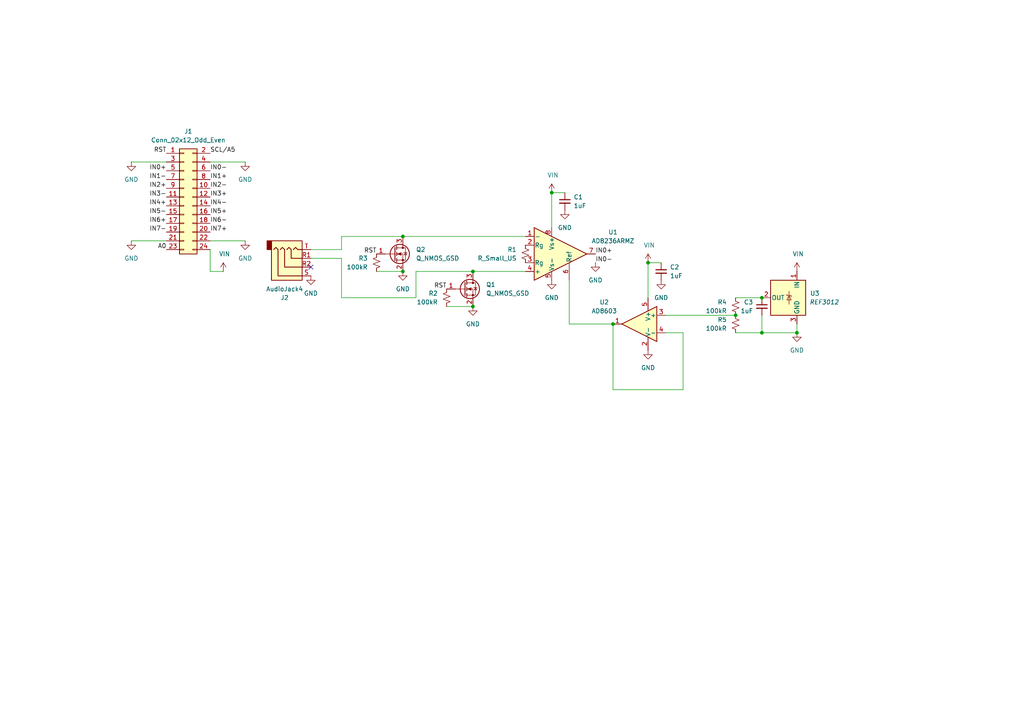
<source format=kicad_sch>
(kicad_sch (version 20231120) (generator "eeschema") (generator_version "8.0")
  (paper "A4")
  (lib_symbols
    (symbol "+5V_1" (power) (pin_numbers hide) (pin_names (offset 0) hide)
      (property "Value" "+5V" (at 0 3.556 0))
      (symbol "+5V_1_0_1"
        (polyline (pts (xy -0.762 1.27) (xy 0 2.54)))
        (polyline (pts (xy 0 0) (xy 0 2.54)))
        (polyline (pts (xy 0 2.54) (xy 0.762 1.27)))
      )
      (symbol "+5V_1_1_1"
        (pin power_in line (at 0 0 90) (length 0) (name "~") (number "1"))
      )
    )
    (symbol "Amplifier_Instrumentation:AD8236ARMZ" (pin_names (offset 0.127))
      (property "Reference" "U" (at 3.556 7.366 0))
      (property "Value" "AD8236ARMZ" (at 7.366 5.334 0))
      (symbol "AD8236ARMZ_0_1"
        (polyline (pts (xy -5.08 7.62) (xy -5.08 -7.62) (xy 10.16 0) (xy -5.08 7.62)) (stroke (width 0.254)) (fill (type background)))
      )
      (symbol "AD8236ARMZ_1_1"
        (pin input line (at -7.62 5.08 0) (length 2.54) (name "-") (number "1"))
        (pin passive line (at -7.62 2.54 0) (length 2.54) (name "Rg") (number "2"))
        (pin passive line (at -7.62 -2.54 0) (length 2.54) (name "Rg") (number "3"))
        (pin input line (at -7.62 -5.08 0) (length 2.54) (name "+") (number "4"))
        (pin power_in line (at 0 -7.62 90) (length 2.54) (name "Vs-") (number "5"))
        (pin passive line (at 5.08 -7.62 90) (length 5.08) (name "Ref") (number "6"))
        (pin output line (at 12.7 0 180) (length 2.54) (name "~") (number "7"))
        (pin power_in line (at 0 7.62 270) (length 2.54) (name "Vs+") (number "8"))
      )
    )
    (symbol "Amplifier_Operational:AD8603" (pin_names (offset 0.127))
      (property "Reference" "U" (at 0 5.08 0))
      (property "Value" "AD8603" (at 0 -5.08 0))
      (symbol "AD8603_0_1"
        (polyline (pts (xy -5.08 5.08) (xy 5.08 0) (xy -5.08 -5.08) (xy -5.08 5.08)) (stroke (width 0.254)) (fill (type background)))
        (pin power_in line (at -2.54 -7.62 90) (length 3.81) (name "V-") (number "2"))
        (pin power_in line (at -2.54 7.62 270) (length 3.81) (name "V+") (number "5"))
      )
      (symbol "AD8603_1_1"
        (pin output line (at 7.62 0 180) (length 2.54) (name "~") (number "1"))
        (pin input line (at -7.62 2.54 0) (length 2.54) (name "+") (number "3"))
        (pin input line (at -7.62 -2.54 0) (length 2.54) (name "-") (number "4"))
      )
    )
    (symbol "Connector_Audio:AudioJack4"
      (property "Reference" "J" (at 0 8.89 0))
      (property "Value" "AudioJack4" (at 0 6.35 0))
      (symbol "AudioJack4_0_1"
        (rectangle (start -6.35 -5.08) (end -7.62 -7.62) (stroke (width 0.254)) (fill (type outline)))
        (polyline (pts (xy 0 -5.08) (xy 0.635 -5.715) (xy 1.27 -5.08) (xy 2.54 -5.08)) (stroke (width 0.254)))
        (polyline (pts (xy -5.715 -5.08) (xy -5.08 -5.715) (xy -4.445 -5.08) (xy -4.445 2.54) (xy 2.54 2.54)) (stroke (width 0.254)))
        (polyline (pts (xy -1.905 -5.08) (xy -1.27 -5.715) (xy -0.635 -5.08) (xy -0.635 -2.54) (xy 2.54 -2.54)) (stroke (width 0.254)))
        (polyline (pts (xy 2.54 0) (xy -2.54 0) (xy -2.54 -5.08) (xy -3.175 -5.715) (xy -3.81 -5.08)) (stroke (width 0.254)))
        (rectangle (start 2.54 3.81) (end -6.35 -7.62) (stroke (width 0.254)) (fill (type background)))
      )
      (symbol "AudioJack4_1_1"
        (pin passive line (at 5.08 -2.54 180) (length 2.54) (name "~") (number "R1"))
        (pin passive line (at 5.08 0 180) (length 2.54) (name "~") (number "R2"))
        (pin passive line (at 5.08 2.54 180) (length 2.54) (name "~") (number "S"))
        (pin passive line (at 5.08 -5.08 180) (length 2.54) (name "~") (number "T"))
      )
    )
    (symbol "Connector_Generic:Conn_02x12_Odd_Even" (pin_names (offset 1.016) hide)
      (property "Reference" "J" (at 1.27 15.24 0))
      (property "Value" "Conn_02x12_Odd_Even" (at 1.27 -17.78 0))
      (symbol "Conn_02x12_Odd_Even_1_1"
        (rectangle (start -1.27 -15.113) (end 0 -15.367) (stroke (width 0.1524)))
        (rectangle (start -1.27 -12.573) (end 0 -12.827) (stroke (width 0.1524)))
        (rectangle (start -1.27 -10.033) (end 0 -10.287) (stroke (width 0.1524)))
        (rectangle (start -1.27 -7.493) (end 0 -7.747) (stroke (width 0.1524)))
        (rectangle (start -1.27 -4.953) (end 0 -5.207) (stroke (width 0.1524)))
        (rectangle (start -1.27 -2.413) (end 0 -2.667) (stroke (width 0.1524)))
        (rectangle (start -1.27 0.127) (end 0 -0.127) (stroke (width 0.1524)))
        (rectangle (start -1.27 2.667) (end 0 2.413) (stroke (width 0.1524)))
        (rectangle (start -1.27 5.207) (end 0 4.953) (stroke (width 0.1524)))
        (rectangle (start -1.27 7.747) (end 0 7.493) (stroke (width 0.1524)))
        (rectangle (start -1.27 10.287) (end 0 10.033) (stroke (width 0.1524)))
        (rectangle (start -1.27 12.827) (end 0 12.573) (stroke (width 0.1524)))
        (rectangle (start -1.27 13.97) (end 3.81 -16.51) (stroke (width 0.254)) (fill (type background)))
        (rectangle (start 3.81 -15.113) (end 2.54 -15.367) (stroke (width 0.1524)))
        (rectangle (start 3.81 -12.573) (end 2.54 -12.827) (stroke (width 0.1524)))
        (rectangle (start 3.81 -10.033) (end 2.54 -10.287) (stroke (width 0.1524)))
        (rectangle (start 3.81 -7.493) (end 2.54 -7.747) (stroke (width 0.1524)))
        (rectangle (start 3.81 -4.953) (end 2.54 -5.207) (stroke (width 0.1524)))
        (rectangle (start 3.81 -2.413) (end 2.54 -2.667) (stroke (width 0.1524)))
        (rectangle (start 3.81 0.127) (end 2.54 -0.127) (stroke (width 0.1524)))
        (rectangle (start 3.81 2.667) (end 2.54 2.413) (stroke (width 0.1524)))
        (rectangle (start 3.81 5.207) (end 2.54 4.953) (stroke (width 0.1524)))
        (rectangle (start 3.81 7.747) (end 2.54 7.493) (stroke (width 0.1524)))
        (rectangle (start 3.81 10.287) (end 2.54 10.033) (stroke (width 0.1524)))
        (rectangle (start 3.81 12.827) (end 2.54 12.573) (stroke (width 0.1524)))
        (pin passive line (at -5.08 12.7 0) (length 3.81) (name "Pin_1") (number "1"))
        (pin passive line (at 7.62 2.54 180) (length 3.81) (name "Pin_10") (number "10"))
        (pin passive line (at -5.08 0 0) (length 3.81) (name "Pin_11") (number "11"))
        (pin passive line (at 7.62 0 180) (length 3.81) (name "Pin_12") (number "12"))
        (pin passive line (at -5.08 -2.54 0) (length 3.81) (name "Pin_13") (number "13"))
        (pin passive line (at 7.62 -2.54 180) (length 3.81) (name "Pin_14") (number "14"))
        (pin passive line (at -5.08 -5.08 0) (length 3.81) (name "Pin_15") (number "15"))
        (pin passive line (at 7.62 -5.08 180) (length 3.81) (name "Pin_16") (number "16"))
        (pin passive line (at -5.08 -7.62 0) (length 3.81) (name "Pin_17") (number "17"))
        (pin passive line (at 7.62 -7.62 180) (length 3.81) (name "Pin_18") (number "18"))
        (pin passive line (at -5.08 -10.16 0) (length 3.81) (name "Pin_19") (number "19"))
        (pin passive line (at 7.62 12.7 180) (length 3.81) (name "Pin_2") (number "2"))
        (pin passive line (at 7.62 -10.16 180) (length 3.81) (name "Pin_20") (number "20"))
        (pin passive line (at -5.08 -12.7 0) (length 3.81) (name "Pin_21") (number "21"))
        (pin passive line (at 7.62 -12.7 180) (length 3.81) (name "Pin_22") (number "22"))
        (pin passive line (at -5.08 -15.24 0) (length 3.81) (name "Pin_23") (number "23"))
        (pin passive line (at 7.62 -15.24 180) (length 3.81) (name "Pin_24") (number "24"))
        (pin passive line (at -5.08 10.16 0) (length 3.81) (name "Pin_3") (number "3"))
        (pin passive line (at 7.62 10.16 180) (length 3.81) (name "Pin_4") (number "4"))
        (pin passive line (at -5.08 7.62 0) (length 3.81) (name "Pin_5") (number "5"))
        (pin passive line (at 7.62 7.62 180) (length 3.81) (name "Pin_6") (number "6"))
        (pin passive line (at -5.08 5.08 0) (length 3.81) (name "Pin_7") (number "7"))
        (pin passive line (at 7.62 5.08 180) (length 3.81) (name "Pin_8") (number "8"))
        (pin passive line (at -5.08 2.54 0) (length 3.81) (name "Pin_9") (number "9"))
      )
    )
    (symbol "Device:C_Small" (pin_numbers hide) (pin_names (offset 0.254) hide)
      (property "Reference" "C" (at 0.254 1.778 0))
      (property "Value" "C_Small" (at 0.254 -2.032 0))
      (symbol "C_Small_0_1"
        (polyline (pts (xy -1.524 -0.508) (xy 1.524 -0.508)) (stroke (width 0.3302)))
        (polyline (pts (xy -1.524 0.508) (xy 1.524 0.508)) (stroke (width 0.3048)))
      )
      (symbol "C_Small_1_1"
        (pin passive line (at 0 2.54 270) (length 2.032) (name "~") (number "1"))
        (pin passive line (at 0 -2.54 90) (length 2.032) (name "~") (number "2"))
      )
    )
    (symbol "Device:Q_NMOS_GSD" (pin_names (offset 0) hide)
      (property "Reference" "Q" (at 5.08 1.27 0))
      (property "Value" "Q_NMOS_GSD" (at 5.08 -1.27 0))
      (symbol "Q_NMOS_GSD_0_1"
        (polyline (pts (xy 0.254 0) (xy -2.54 0)))
        (polyline (pts (xy 0.254 1.905) (xy 0.254 -1.905)) (stroke (width 0.254)))
        (polyline (pts (xy 0.762 -1.27) (xy 0.762 -2.286)) (stroke (width 0.254)))
        (polyline (pts (xy 0.762 0.508) (xy 0.762 -0.508)) (stroke (width 0.254)))
        (polyline (pts (xy 0.762 2.286) (xy 0.762 1.27)) (stroke (width 0.254)))
        (polyline (pts (xy 2.54 2.54) (xy 2.54 1.778)))
        (polyline (pts (xy 2.54 -2.54) (xy 2.54 0) (xy 0.762 0)))
        (polyline (pts (xy 0.762 -1.778) (xy 3.302 -1.778) (xy 3.302 1.778) (xy 0.762 1.778)))
        (polyline (pts (xy 1.016 0) (xy 2.032 0.381) (xy 2.032 -0.381) (xy 1.016 0)) (fill (type outline)))
        (polyline (pts (xy 2.794 0.508) (xy 2.921 0.381) (xy 3.683 0.381) (xy 3.81 0.254)))
        (polyline (pts (xy 3.302 0.381) (xy 2.921 -0.254) (xy 3.683 -0.254) (xy 3.302 0.381)))
        (circle (center 1.651 0) (radius 2.794) (stroke (width 0.254)))
        (circle (center 2.54 -1.778) (radius 0.254) (fill (type outline)))
        (circle (center 2.54 1.778) (radius 0.254) (fill (type outline)))
      )
      (symbol "Q_NMOS_GSD_1_1"
        (pin input line (at -5.08 0 0) (length 2.54) (name "G") (number "1"))
        (pin passive line (at 2.54 -5.08 90) (length 2.54) (name "S") (number "2"))
        (pin passive line (at 2.54 5.08 270) (length 2.54) (name "D") (number "3"))
      )
    )
    (symbol "Device:R_Small_US" (pin_numbers hide) (pin_names (offset 0.254) hide)
      (property "Reference" "R" (at 0.762 0.508 0))
      (property "Value" "R_Small_US" (at 0.762 -1.016 0))
      (symbol "R_Small_US_1_1"
        (polyline (pts (xy 0 0) (xy 1.016 -0.381) (xy 0 -0.762) (xy -1.016 -1.143) (xy 0 -1.524)))
        (polyline (pts (xy 0 1.524) (xy 1.016 1.143) (xy 0 0.762) (xy -1.016 0.381) (xy 0 0)))
        (pin passive line (at 0 2.54 270) (length 1.016) (name "~") (number "1"))
        (pin passive line (at 0 -2.54 90) (length 1.016) (name "~") (number "2"))
      )
    )
    (symbol "GND_1" (power) (pin_numbers hide) (pin_names (offset 0) hide)
      (property "Value" "GND" (at 0 -3.81 0))
      (symbol "GND_1_0_1"
        (polyline (pts (xy 0 0) (xy 0 -1.27) (xy 1.27 -1.27) (xy 0 -2.54) (xy -1.27 -1.27) (xy 0 -1.27)))
      )
      (symbol "GND_1_1_1"
        (pin power_in line (at 0 0 270) (length 0) (name "~") (number "1"))
      )
    )
    (symbol "Reference_Voltage:REF3012" (pin_names (offset 0.254))
      (property "Reference" "U" (at 0 6.35 0))
      (property "Value" "REF3012" (at 2.54 -6.35 0))
      (symbol "REF3012_0_1"
        (rectangle (start -5.08 5.08) (end 5.08 -5.08) (stroke (width 0.254)) (fill (type background)))
        (polyline (pts (xy -0.254 1.905) (xy -0.254 -1.905)))
        (polyline (pts (xy -0.889 -0.635) (xy 0.381 -0.635) (xy -0.254 0.635) (xy -0.889 -0.635)))
        (polyline (pts (xy 0.381 1.016) (xy 0.381 0.635) (xy -0.889 0.635) (xy -0.889 0.254)))
      )
      (symbol "REF3012_1_1"
        (pin power_in line (at -2.54 7.62 270) (length 2.54) (name "IN") (number "1"))
        (pin power_out line (at 7.62 0 180) (length 2.54) (name "OUT") (number "2"))
        (pin power_in line (at -2.54 -7.62 90) (length 2.54) (name "GND") (number "3"))
      )
    )
  )
  (junction (at 231.14 96.52))
  (junction (at 220.98 96.52))
  (junction (at 160.02 55.88))
  (junction (at 213.36 91.44))
  (junction (at 137.16 88.9))
  (junction (at 116.84 68.58))
  (junction (at 116.84 78.74))
  (junction (at 220.98 86.36))
  (junction (at 177.8 93.98))
  (junction (at 137.16 78.74))
  (junction (at 187.96 76.2))
  (no_connect (at 90.17 77.47))
  (wire (pts (xy 193.04 91.44) (xy 213.36 91.44)))
  (wire (pts (xy 220.98 91.44) (xy 220.98 96.52)))
  (wire (pts (xy 116.84 68.58) (xy 152.4 68.58)))
  (wire (pts (xy 120.65 86.36) (xy 120.65 78.74)))
  (wire (pts (xy 177.8 93.98) (xy 177.8 113.03)))
  (wire (pts (xy 165.1 93.98) (xy 177.8 93.98)))
  (wire (pts (xy 160.02 55.88) (xy 163.83 55.88)))
  (wire (pts (xy 60.96 46.99) (xy 71.12 46.99)))
  (wire (pts (xy 165.1 93.98) (xy 165.1 81.28)))
  (wire (pts (xy 60.96 69.85) (xy 71.12 69.85)))
  (wire (pts (xy 99.06 74.93) (xy 90.17 74.93)))
  (wire (pts (xy 64.77 78.74) (xy 60.96 78.74)))
  (wire (pts (xy 48.26 69.85) (xy 38.1 69.85)))
  (wire (pts (xy 187.96 86.36) (xy 187.96 76.2)))
  (wire (pts (xy 120.65 78.74) (xy 137.16 78.74)))
  (wire (pts (xy 137.16 78.74) (xy 152.4 78.74)))
  (wire (pts (xy 187.96 76.2) (xy 191.77 76.2)))
  (wire (pts (xy 99.06 72.39) (xy 99.06 68.58)))
  (wire (pts (xy 198.12 96.52) (xy 193.04 96.52)))
  (wire (pts (xy 213.36 96.52) (xy 220.98 96.52)))
  (wire (pts (xy 231.14 96.52) (xy 231.14 93.98)))
  (wire (pts (xy 213.36 86.36) (xy 220.98 86.36)))
  (wire (pts (xy 160.02 66.04) (xy 160.02 55.88)))
  (wire (pts (xy 198.12 113.03) (xy 198.12 96.52)))
  (wire (pts (xy 129.54 88.9) (xy 137.16 88.9)))
  (wire (pts (xy 99.06 74.93) (xy 99.06 86.36)))
  (wire (pts (xy 99.06 86.36) (xy 120.65 86.36)))
  (wire (pts (xy 48.26 46.99) (xy 38.1 46.99)))
  (wire (pts (xy 109.22 78.74) (xy 116.84 78.74)))
  (wire (pts (xy 60.96 78.74) (xy 60.96 72.39)))
  (wire (pts (xy 220.98 96.52) (xy 231.14 96.52)))
  (wire (pts (xy 99.06 68.58) (xy 116.84 68.58)))
  (wire (pts (xy 90.17 72.39) (xy 99.06 72.39)))
  (wire (pts (xy 177.8 113.03) (xy 198.12 113.03)))
  (label "IN4-" (at 60.96 59.69 0))
  (label "SCL{slash}A5" (at 60.96 44.45 0))
  (label "IN5+" (at 60.96 62.23 0))
  (label "IN0-" (at 172.72 76.2 0))
  (label "IN2+" (at 48.26 54.61 180))
  (label "IN0+" (at 48.26 49.53 180))
  (label "A0" (at 48.26 72.39 180))
  (label "IN0-" (at 60.96 49.53 0))
  (label "RST" (at 129.54 83.82 180))
  (label "IN5-" (at 48.26 62.23 180))
  (label "IN7+" (at 60.96 67.31 0))
  (label "IN3-" (at 48.26 57.15 180))
  (label "IN0+" (at 172.72 73.66 0))
  (label "RST" (at 109.22 73.66 180))
  (label "IN1+" (at 60.96 52.07 0))
  (label "IN6+" (at 48.26 64.77 180))
  (label "IN6-" (at 60.96 64.77 0))
  (label "IN4+" (at 48.26 59.69 180))
  (label "IN7-" (at 48.26 67.31 180))
  (label "IN3+" (at 60.96 57.15 0))
  (label "RST" (at 48.26 44.45 180))
  (label "IN1-" (at 48.26 52.07 180))
  (label "IN2-" (at 60.96 54.61 0))
  (symbol (lib_name "GND_1") (lib_id "power:GND") (at 90.17 80.01 0) (unit 1)
    (property "Reference" "#PWR06" (effects (hide yes)))
    (property "Value" "GND" (at 90.17 85.09 0))
    (property "Description" "Power symbol creates a global label with name \"GND\" , ground" (effects (hide yes)))
  )
  (symbol (lib_id "Device:Q_NMOS_GSD") (at 134.62 83.82 0) (unit 1)
    (property "Reference" "Q1" (at 140.97 82.5499 0) (effects (justify left)))
    (property "Value" "Q_NMOS_GSD" (at 140.97 85.0899 0) (effects (justify left)))
    (property "Description" "N-MOSFET transistor, gate/source/drain" (effects (hide yes)))
  )
  (symbol (lib_id "Device:R_Small_US") (at 213.36 93.98 0) (unit 1)
    (property "Reference" "R5" (at 210.82 92.7099 0) (effects (justify right)))
    (property "Value" "100kR" (at 210.82 95.2499 0) (effects (justify right)))
    (property "Footprint" "Resistor_SMD:R_0402_1005Metric" (effects (hide yes)))
    (property "Description" "Resistor, small US symbol" (effects (hide yes)))
  )
  (symbol (lib_id "Connector_Generic:Conn_02x12_Odd_Even") (at 53.34 57.15 0) (unit 1)
    (property "Reference" "J1" (at 54.61 38.1 0))
    (property "Value" "Conn_02x12_Odd_Even" (at 54.61 40.64 0))
    (property "Footprint" "Connector_PinHeader_2.54mm:PinHeader_2x12_P2.54mm_Horizontal" (effects (hide yes)))
    (property "Description" "Generic connector, double row, 02x12, odd/even pin numbering scheme (row 1 odd numbers, row 2 even numbers), script generated (kicad-library-utils/schlib/autogen/connector/)" (effects (hide yes)))
    (property "LCSC" "C5383094" (effects (hide yes)))
  )
  (symbol (lib_id "Device:Q_NMOS_GSD") (at 114.3 73.66 0) (unit 1)
    (property "Reference" "Q2" (at 120.65 72.3899 0) (effects (justify left)))
    (property "Value" "Q_NMOS_GSD" (at 120.65 74.9299 0) (effects (justify left)))
    (property "Description" "N-MOSFET transistor, gate/source/drain" (effects (hide yes)))
  )
  (symbol (lib_id "Device:R_Small_US") (at 129.54 86.36 0) (mirror x) (unit 1)
    (property "Reference" "R2" (at 127 85.0899 0) (effects (justify right)))
    (property "Value" "100kR" (at 127 87.6299 0) (effects (justify right)))
    (property "Footprint" "Resistor_SMD:R_0402_1005Metric" (effects (hide yes)))
    (property "Description" "Resistor, small US symbol" (effects (hide yes)))
  )
  (symbol (lib_name "+5V_1") (lib_id "power:+5V") (at 64.77 78.74 0) (unit 1)
    (property "Reference" "#PWR05" (effects (hide yes)))
    (property "Value" "VIN" (at 63.5 73.66 0) (effects (justify left)))
    (property "Description" "Power symbol creates a global label with name \"+5V\"" (effects (hide yes)))
  )
  (symbol (lib_name "+5V_1") (lib_id "power:+5V") (at 160.02 55.88 0) (unit 1)
    (property "Reference" "#PWR09" (effects (hide yes)))
    (property "Value" "VIN" (at 158.75 50.8 0) (effects (justify left)))
    (property "Description" "Power symbol creates a global label with name \"+5V\"" (effects (hide yes)))
  )
  (symbol (lib_name "GND_1") (lib_id "power:GND") (at 71.12 69.85 0) (unit 1)
    (property "Reference" "#PWR04" (effects (hide yes)))
    (property "Value" "GND" (at 71.12 74.93 0))
    (property "Description" "Power symbol creates a global label with name \"GND\" , ground" (effects (hide yes)))
  )
  (symbol (lib_name "GND_1") (lib_id "power:GND") (at 71.12 46.99 0) (unit 1)
    (property "Reference" "#PWR02" (effects (hide yes)))
    (property "Value" "GND" (at 71.12 52.07 0))
    (property "Description" "Power symbol creates a global label with name \"GND\" , ground" (effects (hide yes)))
  )
  (symbol (lib_name "GND_1") (lib_id "power:GND") (at 137.16 88.9 0) (unit 1)
    (property "Reference" "#PWR016" (effects (hide yes)))
    (property "Value" "GND" (at 137.16 93.98 0))
    (property "Description" "Power symbol creates a global label with name \"GND\" , ground" (effects (hide yes)))
  )
  (symbol (lib_name "GND_1") (lib_id "power:GND") (at 191.77 81.28 0) (unit 1)
    (property "Reference" "#PWR014" (effects (hide yes)))
    (property "Value" "GND" (at 191.77 86.36 0))
    (property "Description" "Power symbol creates a global label with name \"GND\" , ground" (effects (hide yes)))
  )
  (symbol (lib_id "Amplifier_Instrumentation:AD8236ARMZ") (at 160.02 73.66 0) (unit 1)
    (property "Reference" "U1" (at 177.8 67.3414 0))
    (property "Value" "AD8236ARMZ" (at 177.8 69.8814 0))
    (property "Footprint" "Package_SO:MSOP-8_3x3mm_P0.65mm" (effects (hide yes)))
    (property "Datasheet" "https://www.analog.com/media/en/technical-documentation/data-sheets/AD8236.pdf" (effects (hide yes)))
    (property "Description" "Micropower Instumentation Amplifier with Zero Crossover Distortion, MSOP-8" (effects (hide yes)))
  )
  (symbol (lib_id "Device:R_Small_US") (at 213.36 88.9 0) (unit 1)
    (property "Reference" "R4" (at 210.82 87.6299 0) (effects (justify right)))
    (property "Value" "100kR" (at 210.82 90.1699 0) (effects (justify right)))
    (property "Footprint" "Resistor_SMD:R_0402_1005Metric" (effects (hide yes)))
    (property "Description" "Resistor, small US symbol" (effects (hide yes)))
  )
  (symbol (lib_id "Device:C_Small") (at 191.77 78.74 0) (unit 1)
    (property "Reference" "C2" (at 194.31 77.4762 0) (effects (justify left)))
    (property "Value" "1uF" (at 194.31 80.0162 0) (effects (justify left)))
    (property "Footprint" "Capacitor_SMD:C_0402_1005Metric" (effects (hide yes)))
    (property "Description" "Unpolarized capacitor, small symbol" (effects (hide yes)))
  )
  (symbol (lib_id "Device:R_Small_US") (at 152.4 73.66 0) (unit 1)
    (property "Reference" "R1" (at 149.86 72.3899 0) (effects (justify right)))
    (property "Value" "R_Small_US" (at 149.86 74.9299 0) (effects (justify right)))
    (property "Description" "Resistor, small US symbol" (effects (hide yes)))
  )
  (symbol (lib_id "Amplifier_Operational:AD8603") (at 185.42 93.98 0) (mirror y) (unit 1)
    (property "Reference" "U2" (at 175.26 87.6614 0))
    (property "Value" "AD8603" (at 175.26 90.2014 0))
    (property "Footprint" "Package_TO_SOT_SMD:TSOT-23-5" (effects (hide yes)))
    (property "Datasheet" "https://www.analog.com/media/en/technical-documentation/data-sheets/AD8603_8607_8609.pdf" (effects (hide yes)))
    (property "Description" "Precision Micropower, Low Noise CMOS, Rail-to-Rail Input/Output Operational Amplifier, TSOT-23-5" (effects (hide yes)))
  )
  (symbol (lib_name "GND_1") (lib_id "power:GND") (at 187.96 101.6 0) (unit 1)
    (property "Reference" "#PWR019" (effects (hide yes)))
    (property "Value" "GND" (at 187.96 106.68 0))
    (property "Description" "Power symbol creates a global label with name \"GND\" , ground" (effects (hide yes)))
  )
  (symbol (lib_name "GND_1") (lib_id "power:GND") (at 172.72 76.2 0) (unit 1)
    (property "Reference" "#PWR08" (effects (hide yes)))
    (property "Value" "GND" (at 172.72 81.28 0))
    (property "Description" "Power symbol creates a global label with name \"GND\" , ground" (effects (hide yes)))
  )
  (symbol (lib_id "Device:R_Small_US") (at 109.22 76.2 0) (mirror x) (unit 1)
    (property "Reference" "R3" (at 106.68 74.9299 0) (effects (justify right)))
    (property "Value" "100kR" (at 106.68 77.4699 0) (effects (justify right)))
    (property "Footprint" "Resistor_SMD:R_0402_1005Metric" (effects (hide yes)))
    (property "Description" "Resistor, small US symbol" (effects (hide yes)))
  )
  (symbol (lib_id "Connector_Audio:AudioJack4") (at 85.09 77.47 0) (mirror x) (unit 1)
    (property "Reference" "J2" (at 82.55 86.36 0))
    (property "Value" "AudioJack4" (at 82.55 83.82 0))
    (property "Footprint" "Connector_Audio:Jack_3.5mm_PJ320D_Horizontal" (effects (hide yes)))
    (property "Description" "Audio Jack, 4 Poles (TRRS)" (effects (hide yes)))
    (property "LCSC" "C431535" (effects (hide yes)))
  )
  (symbol (lib_name "+5V_1") (lib_id "power:+5V") (at 187.96 76.2 0) (unit 1)
    (property "Reference" "#PWR013" (effects (hide yes)))
    (property "Value" "VIN" (at 186.69 71.12 0) (effects (justify left)))
    (property "Description" "Power symbol creates a global label with name \"+5V\"" (effects (hide yes)))
  )
  (symbol (lib_name "GND_1") (lib_id "power:GND") (at 116.84 78.74 0) (unit 1)
    (property "Reference" "#PWR017" (effects (hide yes)))
    (property "Value" "GND" (at 116.84 83.82 0))
    (property "Description" "Power symbol creates a global label with name \"GND\" , ground" (effects (hide yes)))
  )
  (symbol (lib_name "GND_1") (lib_id "power:GND") (at 38.1 69.85 0) (mirror y) (unit 1)
    (property "Reference" "#PWR03" (effects (hide yes)))
    (property "Value" "GND" (at 38.1 74.93 0))
    (property "Description" "Power symbol creates a global label with name \"GND\" , ground" (effects (hide yes)))
  )
  (symbol (lib_name "+5V_1") (lib_id "power:+5V") (at 231.14 78.74 0) (unit 1)
    (property "Reference" "#PWR012" (effects (hide yes)))
    (property "Value" "VIN" (at 229.87 73.66 0) (effects (justify left)))
    (property "Description" "Power symbol creates a global label with name \"+5V\"" (effects (hide yes)))
  )
  (symbol (lib_id "Device:C_Small") (at 220.98 88.9 0) (unit 1)
    (property "Reference" "C3" (at 218.44 87.6362 0) (effects (justify right)))
    (property "Value" "1uF" (at 218.44 90.1762 0) (effects (justify right)))
    (property "Footprint" "Capacitor_SMD:C_0402_1005Metric" (effects (hide yes)))
    (property "Description" "Unpolarized capacitor, small symbol" (effects (hide yes)))
  )
  (symbol (lib_name "GND_1") (lib_id "power:GND") (at 38.1 46.99 0) (mirror y) (unit 1)
    (property "Reference" "#PWR01" (effects (hide yes)))
    (property "Value" "GND" (at 38.1 52.07 0))
    (property "Description" "Power symbol creates a global label with name \"GND\" , ground" (effects (hide yes)))
  )
  (symbol (lib_name "GND_1") (lib_id "power:GND") (at 231.14 96.52 0) (unit 1)
    (property "Reference" "#PWR010" (effects (hide yes)))
    (property "Value" "GND" (at 231.14 101.6 0))
    (property "Description" "Power symbol creates a global label with name \"GND\" , ground" (effects (hide yes)))
  )
  (symbol (lib_id "Device:C_Small") (at 163.83 58.42 0) (unit 1)
    (property "Reference" "C1" (at 166.37 57.1562 0) (effects (justify left)))
    (property "Value" "1uF" (at 166.37 59.6962 0) (effects (justify left)))
    (property "Footprint" "Capacitor_SMD:C_0402_1005Metric" (effects (hide yes)))
    (property "Description" "Unpolarized capacitor, small symbol" (effects (hide yes)))
  )
  (symbol (lib_id "Reference_Voltage:REF3012") (at 228.6 86.36 0) (mirror y) (unit 1)
    (property "Reference" "U3" (at 234.95 85.0899 0) (effects (justify right)))
    (property "Value" "REF3012" (at 234.95 87.6299 0) (effects (font (italic yes)) (justify right)))
    (property "Footprint" "Package_TO_SOT_SMD:SOT-23" (effects (hide yes)))
    (property "Datasheet" "http://www.ti.com/lit/ds/symlink/ref3033.pdf" (effects (hide yes)))
    (property "Description" "1.25V 50-ppm/°C Max, 50-μA, CMOS Voltage Reference, SOT-23-3" (effects (hide yes)))
  )
  (symbol (lib_name "GND_1") (lib_id "power:GND") (at 163.83 60.96 0) (unit 1)
    (property "Reference" "#PWR011" (effects (hide yes)))
    (property "Value" "GND" (at 163.83 66.04 0))
    (property "Description" "Power symbol creates a global label with name \"GND\" , ground" (effects (hide yes)))
  )
  (symbol (lib_name "GND_1") (lib_id "power:GND") (at 160.02 81.28 0) (unit 1)
    (property "Reference" "#PWR07" (effects (hide yes)))
    (property "Value" "GND" (at 160.02 86.36 0))
    (property "Description" "Power symbol creates a global label with name \"GND\" , ground" (effects (hide yes)))
  )
)
</source>
